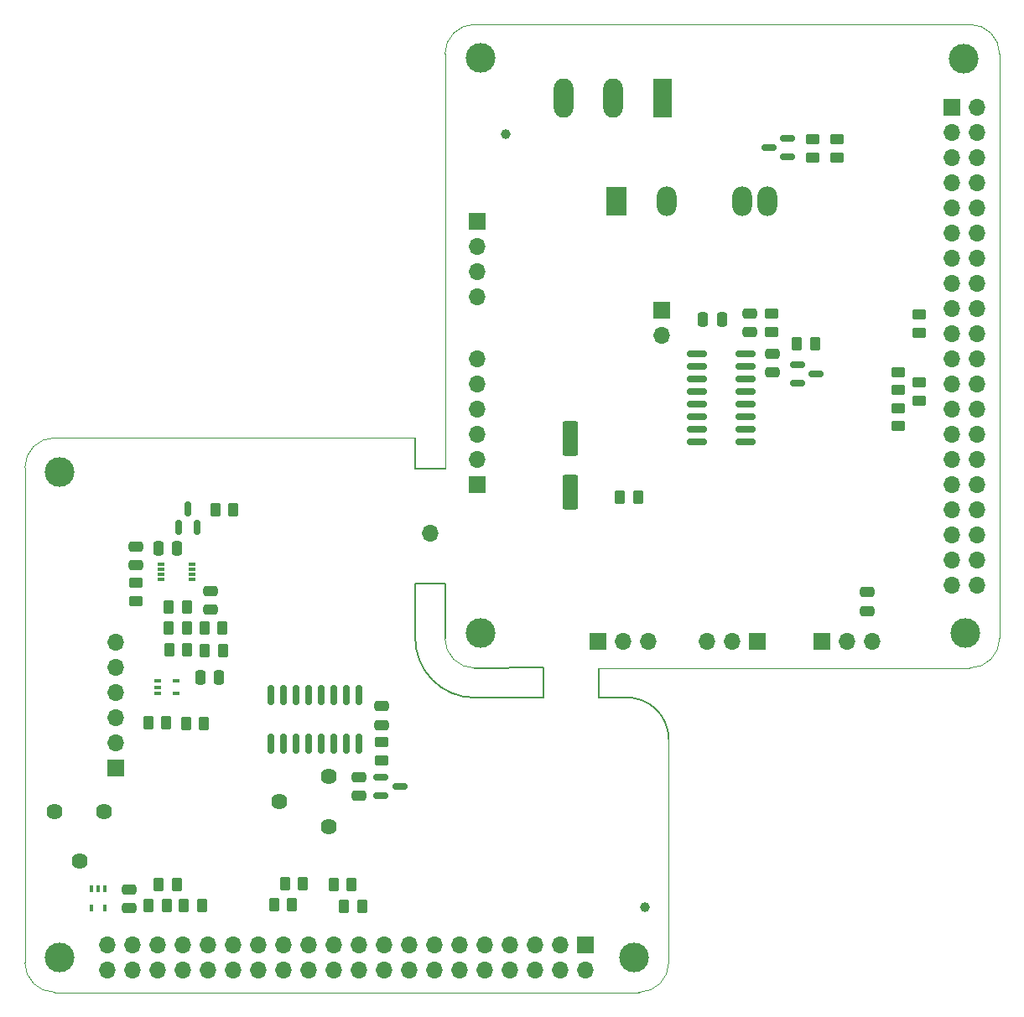
<source format=gbr>
%TF.GenerationSoftware,KiCad,Pcbnew,(6.0.5)*%
%TF.CreationDate,2022-06-24T13:45:12+03:00*%
%TF.ProjectId,VLC-both,564c432d-626f-4746-982e-6b696361645f,rev?*%
%TF.SameCoordinates,Original*%
%TF.FileFunction,Soldermask,Top*%
%TF.FilePolarity,Negative*%
%FSLAX46Y46*%
G04 Gerber Fmt 4.6, Leading zero omitted, Abs format (unit mm)*
G04 Created by KiCad (PCBNEW (6.0.5)) date 2022-06-24 13:45:12*
%MOMM*%
%LPD*%
G01*
G04 APERTURE LIST*
G04 Aperture macros list*
%AMRoundRect*
0 Rectangle with rounded corners*
0 $1 Rounding radius*
0 $2 $3 $4 $5 $6 $7 $8 $9 X,Y pos of 4 corners*
0 Add a 4 corners polygon primitive as box body*
4,1,4,$2,$3,$4,$5,$6,$7,$8,$9,$2,$3,0*
0 Add four circle primitives for the rounded corners*
1,1,$1+$1,$2,$3*
1,1,$1+$1,$4,$5*
1,1,$1+$1,$6,$7*
1,1,$1+$1,$8,$9*
0 Add four rect primitives between the rounded corners*
20,1,$1+$1,$2,$3,$4,$5,0*
20,1,$1+$1,$4,$5,$6,$7,0*
20,1,$1+$1,$6,$7,$8,$9,0*
20,1,$1+$1,$8,$9,$2,$3,0*%
G04 Aperture macros list end*
%TA.AperFunction,Profile*%
%ADD10C,0.150000*%
%TD*%
%TA.AperFunction,Profile*%
%ADD11C,0.100000*%
%TD*%
%ADD12O,1.700000X1.700000*%
%ADD13C,3.000000*%
%ADD14R,1.700000X1.700000*%
%ADD15RoundRect,0.250000X0.262500X0.450000X-0.262500X0.450000X-0.262500X-0.450000X0.262500X-0.450000X0*%
%ADD16RoundRect,0.250000X-0.475000X0.250000X-0.475000X-0.250000X0.475000X-0.250000X0.475000X0.250000X0*%
%ADD17RoundRect,0.250000X0.450000X-0.262500X0.450000X0.262500X-0.450000X0.262500X-0.450000X-0.262500X0*%
%ADD18R,2.000000X3.000000*%
%ADD19O,2.000000X3.000000*%
%ADD20C,1.620000*%
%ADD21RoundRect,0.250000X-0.450000X0.262500X-0.450000X-0.262500X0.450000X-0.262500X0.450000X0.262500X0*%
%ADD22RoundRect,0.150000X0.150000X-0.587500X0.150000X0.587500X-0.150000X0.587500X-0.150000X-0.587500X0*%
%ADD23RoundRect,0.250000X0.475000X-0.250000X0.475000X0.250000X-0.475000X0.250000X-0.475000X-0.250000X0*%
%ADD24RoundRect,0.250000X0.550000X-1.500000X0.550000X1.500000X-0.550000X1.500000X-0.550000X-1.500000X0*%
%ADD25RoundRect,0.250000X-0.262500X-0.450000X0.262500X-0.450000X0.262500X0.450000X-0.262500X0.450000X0*%
%ADD26RoundRect,0.250000X0.250000X0.475000X-0.250000X0.475000X-0.250000X-0.475000X0.250000X-0.475000X0*%
%ADD27RoundRect,0.150000X-0.825000X-0.150000X0.825000X-0.150000X0.825000X0.150000X-0.825000X0.150000X0*%
%ADD28R,1.980000X3.960000*%
%ADD29O,1.980000X3.960000*%
%ADD30C,1.000000*%
%ADD31RoundRect,0.150000X0.587500X0.150000X-0.587500X0.150000X-0.587500X-0.150000X0.587500X-0.150000X0*%
%ADD32R,0.400000X0.800000*%
%ADD33RoundRect,0.150000X-0.587500X-0.150000X0.587500X-0.150000X0.587500X0.150000X-0.587500X0.150000X0*%
%ADD34RoundRect,0.250000X-0.250000X-0.475000X0.250000X-0.475000X0.250000X0.475000X-0.250000X0.475000X0*%
%ADD35RoundRect,0.150000X-0.150000X0.825000X-0.150000X-0.825000X0.150000X-0.825000X0.150000X0.825000X0*%
%ADD36R,0.800000X0.400000*%
%ADD37R,0.800000X0.300000*%
G04 APERTURE END LIST*
D10*
X100521200Y-127000000D02*
G75*
G03*
X96045735Y-122781937I-4225465J0D01*
G01*
X80882375Y-122795908D02*
X87884000Y-122754874D01*
X87884000Y-119761000D02*
X80923874Y-119801474D01*
X77950937Y-111252000D02*
X77923874Y-116801474D01*
X74930001Y-116713000D02*
X74957063Y-111252000D01*
X74930001Y-116713000D02*
G75*
G03*
X80882375Y-122795908I5993899J-88500D01*
G01*
X74957063Y-111252000D02*
X77950937Y-111252000D01*
X93472000Y-122781937D02*
X96045735Y-122781937D01*
X93472000Y-122781937D02*
X93472000Y-119788063D01*
X87884000Y-122754874D02*
X87884000Y-119761000D01*
D11*
X77923874Y-99695000D02*
X77923874Y-57801474D01*
D10*
X74930000Y-99695000D02*
X77923874Y-99695000D01*
X74930000Y-96551167D02*
X74930000Y-99695000D01*
D11*
X100521200Y-149547200D02*
X100521200Y-127000000D01*
X80923874Y-54801474D02*
G75*
G03*
X77923874Y-57801474I26J-3000026D01*
G01*
X130923874Y-119801474D02*
G75*
G03*
X133923874Y-116801474I26J2999974D01*
G01*
X130923874Y-54801474D02*
X80923874Y-54801474D01*
X133923874Y-116801474D02*
X133923874Y-57801474D01*
X130923874Y-119801474D02*
X93472000Y-119788063D01*
X133923826Y-57801474D02*
G75*
G03*
X130923874Y-54801474I-2999926J74D01*
G01*
X77923926Y-116801474D02*
G75*
G03*
X80923874Y-119801474I2999974J-26D01*
G01*
X38521200Y-152547200D02*
X97521200Y-152547200D01*
X74930000Y-96551167D02*
X38516789Y-96551167D01*
X35521200Y-149547200D02*
G75*
G03*
X38521200Y-152547200I2999900J-100D01*
G01*
X97521200Y-152547200D02*
G75*
G03*
X100521200Y-149547200I0J3000000D01*
G01*
X35521200Y-149547200D02*
X35521200Y-99547200D01*
X38516789Y-96551168D02*
G75*
G03*
X35521200Y-99547200I9J-2995598D01*
G01*
D12*
X76454000Y-106172000D03*
D13*
X97027556Y-149054811D03*
X39027556Y-149034811D03*
X39014400Y-100044811D03*
X81500000Y-58216794D03*
D14*
X93345000Y-117094000D03*
D12*
X95885000Y-117094000D03*
X98425000Y-117094000D03*
D15*
X55488800Y-118010700D03*
X53663800Y-118010700D03*
D16*
X69244044Y-130810000D03*
X69244044Y-132710000D03*
D14*
X109458994Y-117094000D03*
D12*
X106918994Y-117094000D03*
X104378994Y-117094000D03*
D17*
X125780800Y-92805900D03*
X125780800Y-90980900D03*
D18*
X95199194Y-72643994D03*
D19*
X100279194Y-72643994D03*
X107899194Y-72643994D03*
X110439194Y-72643994D03*
D20*
X66167000Y-130784600D03*
X61167000Y-133284600D03*
X66167000Y-135784600D03*
D15*
X97409000Y-102539800D03*
X95584000Y-102539800D03*
D16*
X54269600Y-112006100D03*
X54269600Y-113906100D03*
D21*
X125780800Y-84126700D03*
X125780800Y-85951700D03*
D22*
X51033600Y-105638600D03*
X52933600Y-105638600D03*
X51983600Y-103763600D03*
D23*
X71501000Y-125562400D03*
X71501000Y-123662400D03*
D20*
X38521000Y-134304400D03*
X41021000Y-139304400D03*
X43521000Y-134304400D03*
D15*
X68525556Y-141653411D03*
X66700556Y-141653411D03*
X48035200Y-143814800D03*
X49860200Y-143814800D03*
D24*
X90551000Y-102039400D03*
X90551000Y-96639400D03*
D17*
X123698000Y-91741000D03*
X123698000Y-89916000D03*
D25*
X62478456Y-143736211D03*
X60653456Y-143736211D03*
D26*
X55114356Y-120776911D03*
X53214356Y-120776911D03*
D25*
X47974200Y-125325900D03*
X49799200Y-125325900D03*
D17*
X71501000Y-129133600D03*
X71501000Y-127308600D03*
D25*
X51563900Y-143814800D03*
X53388900Y-143814800D03*
D13*
X130302000Y-58293000D03*
D21*
X115062000Y-66397500D03*
X115062000Y-68222500D03*
D23*
X46700400Y-109450900D03*
X46700400Y-107550900D03*
D27*
X103366800Y-88036400D03*
X103366800Y-89306400D03*
X103366800Y-90576400D03*
X103366800Y-91846400D03*
X103366800Y-93116400D03*
X103366800Y-94386400D03*
X103366800Y-95656400D03*
X103366800Y-96926400D03*
X108316800Y-96926400D03*
X108316800Y-95656400D03*
X108316800Y-94386400D03*
X108316800Y-93116400D03*
X108316800Y-91846400D03*
X108316800Y-90576400D03*
X108316800Y-89306400D03*
X108316800Y-88036400D03*
D14*
X81178400Y-74676000D03*
D12*
X81178400Y-77216000D03*
X81178400Y-79756000D03*
X81178400Y-82296000D03*
D28*
X99928594Y-62211594D03*
D29*
X94928594Y-62211594D03*
X89928594Y-62211594D03*
D21*
X46700400Y-111193300D03*
X46700400Y-113018300D03*
D14*
X115940594Y-117094000D03*
D12*
X118480594Y-117094000D03*
X121020594Y-117094000D03*
D26*
X105892600Y-84607400D03*
X103992600Y-84607400D03*
D17*
X117475000Y-68246000D03*
X117475000Y-66421000D03*
D25*
X50057000Y-115775500D03*
X51882000Y-115775500D03*
D15*
X50874300Y-141655800D03*
X49049300Y-141655800D03*
D25*
X51782300Y-125376700D03*
X53607300Y-125376700D03*
X113438300Y-87045800D03*
X115263300Y-87045800D03*
D13*
X130429000Y-116300000D03*
X81500000Y-116300000D03*
D14*
X44719200Y-129897900D03*
D12*
X44719200Y-127357900D03*
X44719200Y-124817900D03*
X44719200Y-122277900D03*
X44719200Y-119737900D03*
X44719200Y-117197900D03*
D30*
X98120200Y-143941800D03*
D15*
X51930900Y-117959900D03*
X50105900Y-117959900D03*
D21*
X123698000Y-93552000D03*
X123698000Y-95377000D03*
D17*
X110871000Y-85875500D03*
X110871000Y-84050500D03*
D25*
X54728700Y-103786700D03*
X56553700Y-103786700D03*
D31*
X112522000Y-68199000D03*
X112522000Y-66299000D03*
X110647000Y-67249000D03*
D32*
X43550600Y-142102800D03*
X42900600Y-142102800D03*
X42250600Y-142102800D03*
X42250600Y-144002800D03*
X43550600Y-144002800D03*
D30*
X84099400Y-65887600D03*
D14*
X99822000Y-83688000D03*
D12*
X99822000Y-86228000D03*
D23*
X110998000Y-89977000D03*
X110998000Y-88077000D03*
D25*
X61769156Y-141602611D03*
X63594156Y-141602611D03*
D15*
X69588556Y-143837811D03*
X67763556Y-143837811D03*
D33*
X113540300Y-89143800D03*
X113540300Y-91043800D03*
X115415300Y-90093800D03*
D25*
X53661900Y-115775500D03*
X55486900Y-115775500D03*
D16*
X46075600Y-142153600D03*
X46075600Y-144053600D03*
D15*
X51880100Y-113641900D03*
X50055100Y-113641900D03*
D34*
X48976200Y-107698300D03*
X50876200Y-107698300D03*
D35*
X69240400Y-122493000D03*
X67970400Y-122493000D03*
X66700400Y-122493000D03*
X65430400Y-122493000D03*
X64160400Y-122493000D03*
X62890400Y-122493000D03*
X61620400Y-122493000D03*
X60350400Y-122493000D03*
X60350400Y-127443000D03*
X61620400Y-127443000D03*
X62890400Y-127443000D03*
X64160400Y-127443000D03*
X65430400Y-127443000D03*
X66700400Y-127443000D03*
X67970400Y-127443000D03*
X69240400Y-127443000D03*
D14*
X81178400Y-101244400D03*
D12*
X81178400Y-98704400D03*
X81178400Y-96164400D03*
X81178400Y-93624400D03*
X81178400Y-91084400D03*
X81178400Y-88544400D03*
D36*
X48894456Y-121092111D03*
X48894456Y-121742111D03*
X48894456Y-122392111D03*
X50794456Y-122392111D03*
X50794456Y-121092111D03*
D37*
X52390600Y-110861300D03*
X52390600Y-110361300D03*
X52390600Y-109861300D03*
X52390600Y-109361300D03*
X49290600Y-109361300D03*
X49290600Y-109861300D03*
X49290600Y-110361300D03*
X49290600Y-110861300D03*
D23*
X120523000Y-114056200D03*
X120523000Y-112156200D03*
X108661200Y-85897800D03*
X108661200Y-83997800D03*
D33*
X71477900Y-130810000D03*
X71477900Y-132710000D03*
X73352900Y-131760000D03*
D14*
X92147556Y-147774811D03*
D12*
X92147556Y-150314811D03*
X89607556Y-147774811D03*
X89607556Y-150314811D03*
X87067556Y-147774811D03*
X87067556Y-150314811D03*
X84527556Y-147774811D03*
X84527556Y-150314811D03*
X81987556Y-147774811D03*
X81987556Y-150314811D03*
X79447556Y-147774811D03*
X79447556Y-150314811D03*
X76907556Y-147774811D03*
X76907556Y-150314811D03*
X74367556Y-147774811D03*
X74367556Y-150314811D03*
X71827556Y-147774811D03*
X71827556Y-150314811D03*
X69287556Y-147774811D03*
X69287556Y-150314811D03*
X66747556Y-147774811D03*
X66747556Y-150314811D03*
X64207556Y-147774811D03*
X64207556Y-150314811D03*
X61667556Y-147774811D03*
X61667556Y-150314811D03*
X59127556Y-147774811D03*
X59127556Y-150314811D03*
X56587556Y-147774811D03*
X56587556Y-150314811D03*
X54047556Y-147774811D03*
X54047556Y-150314811D03*
X51507556Y-147774811D03*
X51507556Y-150314811D03*
X48967556Y-147774811D03*
X48967556Y-150314811D03*
X46427556Y-147774811D03*
X46427556Y-150314811D03*
X43887556Y-147774811D03*
X43887556Y-150314811D03*
D14*
X129138994Y-63177754D03*
D12*
X131678994Y-63177754D03*
X129138994Y-65717754D03*
X131678994Y-65717754D03*
X129138994Y-68257754D03*
X131678994Y-68257754D03*
X129138994Y-70797754D03*
X131678994Y-70797754D03*
X129138994Y-73337754D03*
X131678994Y-73337754D03*
X129138994Y-75877754D03*
X131678994Y-75877754D03*
X129138994Y-78417754D03*
X131678994Y-78417754D03*
X129138994Y-80957754D03*
X131678994Y-80957754D03*
X129138994Y-83497754D03*
X131678994Y-83497754D03*
X129138994Y-86037754D03*
X131678994Y-86037754D03*
X129138994Y-88577754D03*
X131678994Y-88577754D03*
X129138994Y-91117754D03*
X131678994Y-91117754D03*
X129138994Y-93657754D03*
X131678994Y-93657754D03*
X129138994Y-96197754D03*
X131678994Y-96197754D03*
X129138994Y-98737754D03*
X131678994Y-98737754D03*
X129138994Y-101277754D03*
X131678994Y-101277754D03*
X129138994Y-103817754D03*
X131678994Y-103817754D03*
X129138994Y-106357754D03*
X131678994Y-106357754D03*
X129138994Y-108897754D03*
X131678994Y-108897754D03*
X129138994Y-111437754D03*
X131678994Y-111437754D03*
M02*

</source>
